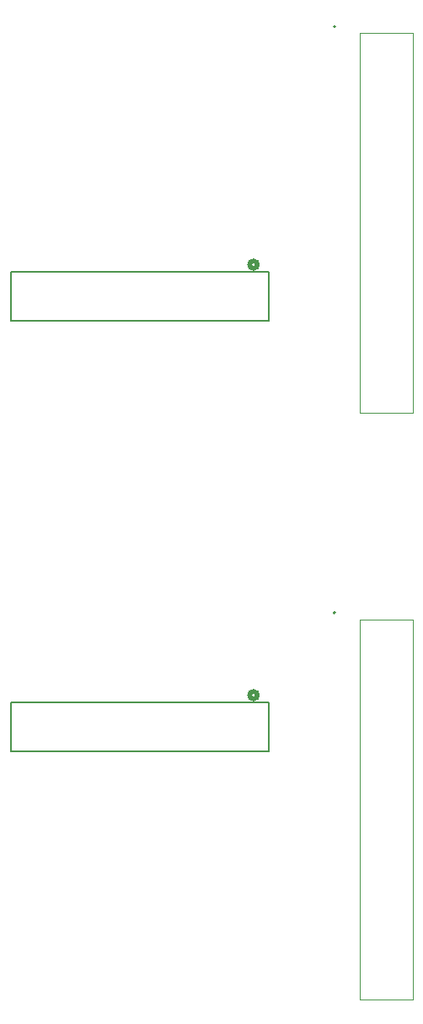
<source format=gbr>
%TF.GenerationSoftware,Altium Limited,Altium Designer,22.11.1 (43)*%
G04 Layer_Color=16711935*
%FSLAX45Y45*%
%MOMM*%
%TF.SameCoordinates,ABC14B17-DAD6-4B0F-8560-1018B917A27C*%
%TF.FilePolarity,Positive*%
%TF.FileFunction,Other,Mechanical_13*%
%TF.Part,Single*%
G01*
G75*
%TA.AperFunction,NonConductor*%
%ADD15C,0.20000*%
%ADD16C,0.10000*%
%ADD18C,0.50800*%
%ADD19C,0.15240*%
D15*
X11122500Y4217900D02*
G03*
X11122500Y4217900I-10000J0D01*
G01*
Y10098000D02*
G03*
X11122500Y10098000I-10000J0D01*
G01*
D16*
X11366500Y4152900D02*
X11899500D01*
Y342900D02*
Y4152900D01*
X11366500Y342900D02*
X11899500D01*
X11366500D02*
Y4152900D01*
X11899500D01*
Y342900D02*
Y4152900D01*
X11366500Y342900D02*
X11899500D01*
X11366500Y6223000D02*
X11899500D01*
Y10033000D01*
X11366500D02*
X11899500D01*
X11366500Y6223000D02*
Y10033000D01*
Y6223000D02*
X11899500D01*
Y10033000D01*
X11366500D02*
X11899500D01*
D18*
X10299700Y7670800D02*
G03*
X10299700Y7747000I0J38100D01*
G01*
D02*
G03*
X10299700Y7670800I0J-38100D01*
G01*
Y3352800D02*
G03*
X10299700Y3429000I0J38100D01*
G01*
D02*
G03*
X10299700Y3352800I0J-38100D01*
G01*
D19*
X7861300Y7637780D02*
X10452100D01*
Y7142480D02*
Y7637780D01*
X7861300Y7142480D02*
X10452100D01*
X7861300D02*
Y7637780D01*
Y3319780D02*
X10452100D01*
Y2824480D02*
Y3319780D01*
X7861300Y2824480D02*
X10452100D01*
X7861300D02*
Y3319780D01*
%TF.MD5,596912ca55506e769f9c8e5ef5507d80*%
M02*

</source>
